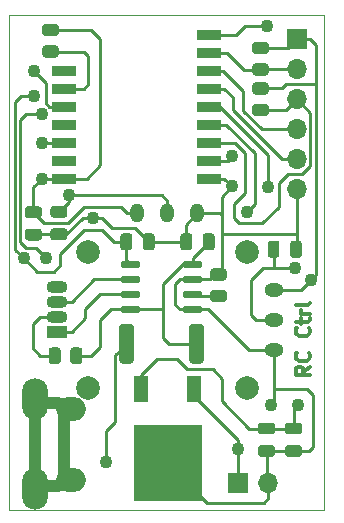
<source format=gtl>
%TF.GenerationSoftware,KiCad,Pcbnew,(5.1.7)-1*%
%TF.CreationDate,2021-06-20T23:08:26+01:00*%
%TF.ProjectId,RcCtlHw,52634374-6c48-4772-9e6b-696361645f70,rev?*%
%TF.SameCoordinates,Original*%
%TF.FileFunction,Copper,L1,Top*%
%TF.FilePolarity,Positive*%
%FSLAX46Y46*%
G04 Gerber Fmt 4.6, Leading zero omitted, Abs format (unit mm)*
G04 Created by KiCad (PCBNEW (5.1.7)-1) date 2021-06-20 23:08:26*
%MOMM*%
%LPD*%
G01*
G04 APERTURE LIST*
%TA.AperFunction,NonConductor*%
%ADD10C,0.300000*%
%TD*%
%TA.AperFunction,Profile*%
%ADD11C,0.050000*%
%TD*%
%TA.AperFunction,ComponentPad*%
%ADD12O,1.700000X1.700000*%
%TD*%
%TA.AperFunction,ComponentPad*%
%ADD13R,1.700000X1.700000*%
%TD*%
%TA.AperFunction,ComponentPad*%
%ADD14O,1.600000X1.200000*%
%TD*%
%TA.AperFunction,ComponentPad*%
%ADD15O,1.200000X1.600000*%
%TD*%
%TA.AperFunction,ComponentPad*%
%ADD16C,2.000000*%
%TD*%
%TA.AperFunction,ComponentPad*%
%ADD17O,1.800000X1.070000*%
%TD*%
%TA.AperFunction,ComponentPad*%
%ADD18R,1.800000X1.070000*%
%TD*%
%TA.AperFunction,SMDPad,CuDef*%
%ADD19R,2.000000X0.900000*%
%TD*%
%TA.AperFunction,ComponentPad*%
%ADD20O,2.200000X3.500000*%
%TD*%
%TA.AperFunction,ComponentPad*%
%ADD21O,2.500000X2.000000*%
%TD*%
%TA.AperFunction,SMDPad,CuDef*%
%ADD22R,1.200000X2.200000*%
%TD*%
%TA.AperFunction,SMDPad,CuDef*%
%ADD23R,5.800000X6.400000*%
%TD*%
%TA.AperFunction,ViaPad*%
%ADD24C,1.100000*%
%TD*%
%TA.AperFunction,Conductor*%
%ADD25C,0.250000*%
%TD*%
%TA.AperFunction,Conductor*%
%ADD26C,1.000000*%
%TD*%
G04 APERTURE END LIST*
D10*
X139823757Y-114226685D02*
X139252328Y-114626685D01*
X139823757Y-114912400D02*
X138623757Y-114912400D01*
X138623757Y-114455257D01*
X138680900Y-114340971D01*
X138738042Y-114283828D01*
X138852328Y-114226685D01*
X139023757Y-114226685D01*
X139138042Y-114283828D01*
X139195185Y-114340971D01*
X139252328Y-114455257D01*
X139252328Y-114912400D01*
X139709471Y-113026685D02*
X139766614Y-113083828D01*
X139823757Y-113255257D01*
X139823757Y-113369542D01*
X139766614Y-113540971D01*
X139652328Y-113655257D01*
X139538042Y-113712400D01*
X139309471Y-113769542D01*
X139138042Y-113769542D01*
X138909471Y-113712400D01*
X138795185Y-113655257D01*
X138680900Y-113540971D01*
X138623757Y-113369542D01*
X138623757Y-113255257D01*
X138680900Y-113083828D01*
X138738042Y-113026685D01*
X139709471Y-110912400D02*
X139766614Y-110969542D01*
X139823757Y-111140971D01*
X139823757Y-111255257D01*
X139766614Y-111426685D01*
X139652328Y-111540971D01*
X139538042Y-111598114D01*
X139309471Y-111655257D01*
X139138042Y-111655257D01*
X138909471Y-111598114D01*
X138795185Y-111540971D01*
X138680900Y-111426685D01*
X138623757Y-111255257D01*
X138623757Y-111140971D01*
X138680900Y-110969542D01*
X138738042Y-110912400D01*
X139023757Y-110569542D02*
X139023757Y-110112400D01*
X138623757Y-110398114D02*
X139652328Y-110398114D01*
X139766614Y-110340971D01*
X139823757Y-110226685D01*
X139823757Y-110112400D01*
X139823757Y-109712400D02*
X139023757Y-109712400D01*
X139252328Y-109712400D02*
X139138042Y-109655257D01*
X139080900Y-109598114D01*
X139023757Y-109483828D01*
X139023757Y-109369542D01*
X139823757Y-108798114D02*
X139766614Y-108912400D01*
X139652328Y-108969542D01*
X138623757Y-108969542D01*
D11*
X114300000Y-84455000D02*
X140970000Y-84455000D01*
X140970000Y-84455000D02*
X140970000Y-84836000D01*
X114300000Y-84709000D02*
X114300000Y-84455000D01*
X140970000Y-126365000D02*
X140970000Y-119380000D01*
X114300000Y-126365000D02*
X140970000Y-126365000D01*
X114300000Y-119380000D02*
X114300000Y-126365000D01*
X114300000Y-119380000D02*
X114300000Y-84709000D01*
X140970000Y-84836000D02*
X140970000Y-119380000D01*
D12*
%TO.P,J2,6*%
%TO.N,GND*%
X138684000Y-99187000D03*
%TO.P,J2,5*%
%TO.N,/RX*%
X138684000Y-96647000D03*
%TO.P,J2,4*%
%TO.N,/TX*%
X138684000Y-94107000D03*
%TO.P,J2,3*%
%TO.N,/Flash*%
X138684000Y-91567000D03*
%TO.P,J2,2*%
%TO.N,/RST*%
X138684000Y-89027000D03*
D13*
%TO.P,J2,1*%
%TO.N,+3V3*%
X138684000Y-86487000D03*
%TD*%
D14*
%TO.P,U4,6*%
%TO.N,GND*%
X136761000Y-112776000D03*
%TO.P,U4,5*%
%TO.N,Net-(C8-Pad1)*%
X136761000Y-110236000D03*
%TO.P,U4,4*%
%TO.N,+3V3*%
X136761000Y-107696000D03*
D15*
%TO.P,U4,3*%
%TO.N,GND*%
X130301000Y-101236000D03*
%TO.P,U4,2*%
%TO.N,Net-(C7-Pad1)*%
X127761000Y-101236000D03*
%TO.P,U4,1*%
%TO.N,+3V3*%
X125221000Y-101236000D03*
D16*
%TO.P,U4,*%
%TO.N,*%
X134511000Y-115986000D03*
X134511000Y-104486000D03*
X121011000Y-104486000D03*
X121011000Y-115986000D03*
%TD*%
D17*
%TO.P,D1,4*%
%TO.N,N/C*%
X118364000Y-107442000D03*
%TO.P,D1,3*%
%TO.N,Net-(D1-Pad3)*%
X118364000Y-108712000D03*
%TO.P,D1,2*%
%TO.N,Net-(D1-Pad2)*%
X118364000Y-109982000D03*
D18*
%TO.P,D1,1*%
%TO.N,Net-(D1-Pad1)*%
X118364000Y-111252000D03*
%TD*%
D19*
%TO.P,U2,16*%
%TO.N,/TFT_RST*%
X131305000Y-86092001D03*
%TO.P,U2,15*%
%TO.N,/RST*%
X131305000Y-87616001D03*
%TO.P,U2,14*%
%TO.N,/TX*%
X131305000Y-89140001D03*
%TO.P,U2,13*%
%TO.N,/RX*%
X131305000Y-90664001D03*
%TO.P,U2,12*%
%TO.N,/I2C_SDA*%
X131305000Y-92188001D03*
%TO.P,U2,11*%
%TO.N,/I2C_SCL*%
X131305000Y-93712001D03*
%TO.P,U2,10*%
%TO.N,/Flash*%
X131305000Y-95236001D03*
%TO.P,U2,9*%
%TO.N,/TFT_RS*%
X131305000Y-96760001D03*
%TO.P,U2,8*%
%TO.N,GND*%
X131305000Y-98284001D03*
%TO.P,U2,1*%
%TO.N,N/C*%
X118986000Y-89140001D03*
%TO.P,U2,2*%
%TO.N,Net-(R6-Pad2)*%
X118986000Y-90664001D03*
%TO.P,U2,3*%
%TO.N,/TFT_SCL*%
X118986000Y-92188001D03*
%TO.P,U2,4*%
%TO.N,N/C*%
X118986000Y-93712001D03*
%TO.P,U2,5*%
%TO.N,/TFT_SDA*%
X118986000Y-95236001D03*
%TO.P,U2,6*%
%TO.N,N/C*%
X118986000Y-96760001D03*
%TO.P,U2,7*%
%TO.N,+3V3*%
X118986000Y-98284001D03*
%TD*%
%TO.P,R3,2*%
%TO.N,Net-(C1-Pad1)*%
%TA.AperFunction,SMDPad,CuDef*%
G36*
G01*
X119526000Y-113734001D02*
X119526000Y-112833999D01*
G75*
G02*
X119775999Y-112584000I249999J0D01*
G01*
X120301001Y-112584000D01*
G75*
G02*
X120551000Y-112833999I0J-249999D01*
G01*
X120551000Y-113734001D01*
G75*
G02*
X120301001Y-113984000I-249999J0D01*
G01*
X119775999Y-113984000D01*
G75*
G02*
X119526000Y-113734001I0J249999D01*
G01*
G37*
%TD.AperFunction*%
%TO.P,R3,1*%
%TO.N,Net-(D1-Pad2)*%
%TA.AperFunction,SMDPad,CuDef*%
G36*
G01*
X117701000Y-113734001D02*
X117701000Y-112833999D01*
G75*
G02*
X117950999Y-112584000I249999J0D01*
G01*
X118476001Y-112584000D01*
G75*
G02*
X118726000Y-112833999I0J-249999D01*
G01*
X118726000Y-113734001D01*
G75*
G02*
X118476001Y-113984000I-249999J0D01*
G01*
X117950999Y-113984000D01*
G75*
G02*
X117701000Y-113734001I0J249999D01*
G01*
G37*
%TD.AperFunction*%
%TD*%
D20*
%TO.P,J1,6*%
%TO.N,Net-(J1-Pad6)*%
X116518000Y-116977000D03*
D21*
X119618000Y-117777000D03*
D20*
X116518000Y-124577000D03*
D21*
X119618000Y-123777000D03*
%TD*%
%TO.P,C1,1*%
%TO.N,Net-(C1-Pad1)*%
%TA.AperFunction,SMDPad,CuDef*%
G36*
G01*
X131752000Y-103157000D02*
X131752000Y-104107000D01*
G75*
G02*
X131502000Y-104357000I-250000J0D01*
G01*
X131002000Y-104357000D01*
G75*
G02*
X130752000Y-104107000I0J250000D01*
G01*
X130752000Y-103157000D01*
G75*
G02*
X131002000Y-102907000I250000J0D01*
G01*
X131502000Y-102907000D01*
G75*
G02*
X131752000Y-103157000I0J-250000D01*
G01*
G37*
%TD.AperFunction*%
%TO.P,C1,2*%
%TO.N,GND*%
%TA.AperFunction,SMDPad,CuDef*%
G36*
G01*
X129852000Y-103157000D02*
X129852000Y-104107000D01*
G75*
G02*
X129602000Y-104357000I-250000J0D01*
G01*
X129102000Y-104357000D01*
G75*
G02*
X128852000Y-104107000I0J250000D01*
G01*
X128852000Y-103157000D01*
G75*
G02*
X129102000Y-102907000I250000J0D01*
G01*
X129602000Y-102907000D01*
G75*
G02*
X129852000Y-103157000I0J-250000D01*
G01*
G37*
%TD.AperFunction*%
%TD*%
%TO.P,C2,1*%
%TO.N,+BATT*%
%TA.AperFunction,SMDPad,CuDef*%
G36*
G01*
X123772000Y-104107000D02*
X123772000Y-103157000D01*
G75*
G02*
X124022000Y-102907000I250000J0D01*
G01*
X124522000Y-102907000D01*
G75*
G02*
X124772000Y-103157000I0J-250000D01*
G01*
X124772000Y-104107000D01*
G75*
G02*
X124522000Y-104357000I-250000J0D01*
G01*
X124022000Y-104357000D01*
G75*
G02*
X123772000Y-104107000I0J250000D01*
G01*
G37*
%TD.AperFunction*%
%TO.P,C2,2*%
%TO.N,GND*%
%TA.AperFunction,SMDPad,CuDef*%
G36*
G01*
X125672000Y-104107000D02*
X125672000Y-103157000D01*
G75*
G02*
X125922000Y-102907000I250000J0D01*
G01*
X126422000Y-102907000D01*
G75*
G02*
X126672000Y-103157000I0J-250000D01*
G01*
X126672000Y-104107000D01*
G75*
G02*
X126422000Y-104357000I-250000J0D01*
G01*
X125922000Y-104357000D01*
G75*
G02*
X125672000Y-104107000I0J250000D01*
G01*
G37*
%TD.AperFunction*%
%TD*%
%TO.P,R2,1*%
%TO.N,Net-(C1-Pad1)*%
%TA.AperFunction,SMDPad,CuDef*%
G36*
G01*
X130829000Y-110843000D02*
X130829000Y-113693000D01*
G75*
G02*
X130579000Y-113943000I-250000J0D01*
G01*
X129854000Y-113943000D01*
G75*
G02*
X129604000Y-113693000I0J250000D01*
G01*
X129604000Y-110843000D01*
G75*
G02*
X129854000Y-110593000I250000J0D01*
G01*
X130579000Y-110593000D01*
G75*
G02*
X130829000Y-110843000I0J-250000D01*
G01*
G37*
%TD.AperFunction*%
%TO.P,R2,2*%
%TO.N,Net-(J1-Pad1)*%
%TA.AperFunction,SMDPad,CuDef*%
G36*
G01*
X124904000Y-110843000D02*
X124904000Y-113693000D01*
G75*
G02*
X124654000Y-113943000I-250000J0D01*
G01*
X123929000Y-113943000D01*
G75*
G02*
X123679000Y-113693000I0J250000D01*
G01*
X123679000Y-110843000D01*
G75*
G02*
X123929000Y-110593000I250000J0D01*
G01*
X124654000Y-110593000D01*
G75*
G02*
X124904000Y-110843000I0J-250000D01*
G01*
G37*
%TD.AperFunction*%
%TD*%
%TO.P,R6,2*%
%TO.N,Net-(R6-Pad2)*%
%TA.AperFunction,SMDPad,CuDef*%
G36*
G01*
X117405999Y-87014000D02*
X118306001Y-87014000D01*
G75*
G02*
X118556000Y-87263999I0J-249999D01*
G01*
X118556000Y-87789001D01*
G75*
G02*
X118306001Y-88039000I-249999J0D01*
G01*
X117405999Y-88039000D01*
G75*
G02*
X117156000Y-87789001I0J249999D01*
G01*
X117156000Y-87263999D01*
G75*
G02*
X117405999Y-87014000I249999J0D01*
G01*
G37*
%TD.AperFunction*%
%TO.P,R6,1*%
%TO.N,+3V3*%
%TA.AperFunction,SMDPad,CuDef*%
G36*
G01*
X117405999Y-85189000D02*
X118306001Y-85189000D01*
G75*
G02*
X118556000Y-85438999I0J-249999D01*
G01*
X118556000Y-85964001D01*
G75*
G02*
X118306001Y-86214000I-249999J0D01*
G01*
X117405999Y-86214000D01*
G75*
G02*
X117156000Y-85964001I0J249999D01*
G01*
X117156000Y-85438999D01*
G75*
G02*
X117405999Y-85189000I249999J0D01*
G01*
G37*
%TD.AperFunction*%
%TD*%
%TO.P,C4,1*%
%TO.N,Net-(C3-Pad1)*%
%TA.AperFunction,SMDPad,CuDef*%
G36*
G01*
X137955000Y-118946000D02*
X138905000Y-118946000D01*
G75*
G02*
X139155000Y-119196000I0J-250000D01*
G01*
X139155000Y-119696000D01*
G75*
G02*
X138905000Y-119946000I-250000J0D01*
G01*
X137955000Y-119946000D01*
G75*
G02*
X137705000Y-119696000I0J250000D01*
G01*
X137705000Y-119196000D01*
G75*
G02*
X137955000Y-118946000I250000J0D01*
G01*
G37*
%TD.AperFunction*%
%TO.P,C4,2*%
%TO.N,GND*%
%TA.AperFunction,SMDPad,CuDef*%
G36*
G01*
X137955000Y-120846000D02*
X138905000Y-120846000D01*
G75*
G02*
X139155000Y-121096000I0J-250000D01*
G01*
X139155000Y-121596000D01*
G75*
G02*
X138905000Y-121846000I-250000J0D01*
G01*
X137955000Y-121846000D01*
G75*
G02*
X137705000Y-121596000I0J250000D01*
G01*
X137705000Y-121096000D01*
G75*
G02*
X137955000Y-120846000I250000J0D01*
G01*
G37*
%TD.AperFunction*%
%TD*%
%TO.P,R1,1*%
%TO.N,GND*%
%TA.AperFunction,SMDPad,CuDef*%
G36*
G01*
X131629999Y-105890000D02*
X132530001Y-105890000D01*
G75*
G02*
X132780000Y-106139999I0J-249999D01*
G01*
X132780000Y-106665001D01*
G75*
G02*
X132530001Y-106915000I-249999J0D01*
G01*
X131629999Y-106915000D01*
G75*
G02*
X131380000Y-106665001I0J249999D01*
G01*
X131380000Y-106139999D01*
G75*
G02*
X131629999Y-105890000I249999J0D01*
G01*
G37*
%TD.AperFunction*%
%TO.P,R1,2*%
%TO.N,Net-(R1-Pad2)*%
%TA.AperFunction,SMDPad,CuDef*%
G36*
G01*
X131629999Y-107715000D02*
X132530001Y-107715000D01*
G75*
G02*
X132780000Y-107964999I0J-249999D01*
G01*
X132780000Y-108490001D01*
G75*
G02*
X132530001Y-108740000I-249999J0D01*
G01*
X131629999Y-108740000D01*
G75*
G02*
X131380000Y-108490001I0J249999D01*
G01*
X131380000Y-107964999D01*
G75*
G02*
X131629999Y-107715000I249999J0D01*
G01*
G37*
%TD.AperFunction*%
%TD*%
%TO.P,U1,1*%
%TO.N,GND*%
%TA.AperFunction,SMDPad,CuDef*%
G36*
G01*
X130704000Y-109197000D02*
X130704000Y-109497000D01*
G75*
G02*
X130554000Y-109647000I-150000J0D01*
G01*
X129204000Y-109647000D01*
G75*
G02*
X129054000Y-109497000I0J150000D01*
G01*
X129054000Y-109197000D01*
G75*
G02*
X129204000Y-109047000I150000J0D01*
G01*
X130554000Y-109047000D01*
G75*
G02*
X130704000Y-109197000I0J-150000D01*
G01*
G37*
%TD.AperFunction*%
%TO.P,U1,2*%
%TO.N,Net-(R1-Pad2)*%
%TA.AperFunction,SMDPad,CuDef*%
G36*
G01*
X130704000Y-107927000D02*
X130704000Y-108227000D01*
G75*
G02*
X130554000Y-108377000I-150000J0D01*
G01*
X129204000Y-108377000D01*
G75*
G02*
X129054000Y-108227000I0J150000D01*
G01*
X129054000Y-107927000D01*
G75*
G02*
X129204000Y-107777000I150000J0D01*
G01*
X130554000Y-107777000D01*
G75*
G02*
X130704000Y-107927000I0J-150000D01*
G01*
G37*
%TD.AperFunction*%
%TO.P,U1,3*%
%TO.N,GND*%
%TA.AperFunction,SMDPad,CuDef*%
G36*
G01*
X130704000Y-106657000D02*
X130704000Y-106957000D01*
G75*
G02*
X130554000Y-107107000I-150000J0D01*
G01*
X129204000Y-107107000D01*
G75*
G02*
X129054000Y-106957000I0J150000D01*
G01*
X129054000Y-106657000D01*
G75*
G02*
X129204000Y-106507000I150000J0D01*
G01*
X130554000Y-106507000D01*
G75*
G02*
X130704000Y-106657000I0J-150000D01*
G01*
G37*
%TD.AperFunction*%
%TO.P,U1,4*%
%TO.N,Net-(C1-Pad1)*%
%TA.AperFunction,SMDPad,CuDef*%
G36*
G01*
X130704000Y-105387000D02*
X130704000Y-105687000D01*
G75*
G02*
X130554000Y-105837000I-150000J0D01*
G01*
X129204000Y-105837000D01*
G75*
G02*
X129054000Y-105687000I0J150000D01*
G01*
X129054000Y-105387000D01*
G75*
G02*
X129204000Y-105237000I150000J0D01*
G01*
X130554000Y-105237000D01*
G75*
G02*
X130704000Y-105387000I0J-150000D01*
G01*
G37*
%TD.AperFunction*%
%TO.P,U1,5*%
%TO.N,+BATT*%
%TA.AperFunction,SMDPad,CuDef*%
G36*
G01*
X125454000Y-105387000D02*
X125454000Y-105687000D01*
G75*
G02*
X125304000Y-105837000I-150000J0D01*
G01*
X123954000Y-105837000D01*
G75*
G02*
X123804000Y-105687000I0J150000D01*
G01*
X123804000Y-105387000D01*
G75*
G02*
X123954000Y-105237000I150000J0D01*
G01*
X125304000Y-105237000D01*
G75*
G02*
X125454000Y-105387000I0J-150000D01*
G01*
G37*
%TD.AperFunction*%
%TO.P,U1,6*%
%TO.N,Net-(D1-Pad3)*%
%TA.AperFunction,SMDPad,CuDef*%
G36*
G01*
X125454000Y-106657000D02*
X125454000Y-106957000D01*
G75*
G02*
X125304000Y-107107000I-150000J0D01*
G01*
X123954000Y-107107000D01*
G75*
G02*
X123804000Y-106957000I0J150000D01*
G01*
X123804000Y-106657000D01*
G75*
G02*
X123954000Y-106507000I150000J0D01*
G01*
X125304000Y-106507000D01*
G75*
G02*
X125454000Y-106657000I0J-150000D01*
G01*
G37*
%TD.AperFunction*%
%TO.P,U1,7*%
%TO.N,Net-(D1-Pad1)*%
%TA.AperFunction,SMDPad,CuDef*%
G36*
G01*
X125454000Y-107927000D02*
X125454000Y-108227000D01*
G75*
G02*
X125304000Y-108377000I-150000J0D01*
G01*
X123954000Y-108377000D01*
G75*
G02*
X123804000Y-108227000I0J150000D01*
G01*
X123804000Y-107927000D01*
G75*
G02*
X123954000Y-107777000I150000J0D01*
G01*
X125304000Y-107777000D01*
G75*
G02*
X125454000Y-107927000I0J-150000D01*
G01*
G37*
%TD.AperFunction*%
%TO.P,U1,8*%
%TO.N,Net-(C1-Pad1)*%
%TA.AperFunction,SMDPad,CuDef*%
G36*
G01*
X125454000Y-109197000D02*
X125454000Y-109497000D01*
G75*
G02*
X125304000Y-109647000I-150000J0D01*
G01*
X123954000Y-109647000D01*
G75*
G02*
X123804000Y-109497000I0J150000D01*
G01*
X123804000Y-109197000D01*
G75*
G02*
X123954000Y-109047000I150000J0D01*
G01*
X125304000Y-109047000D01*
G75*
G02*
X125454000Y-109197000I0J-150000D01*
G01*
G37*
%TD.AperFunction*%
%TD*%
D13*
%TO.P,BT1,1*%
%TO.N,+BATT*%
X133731000Y-124079000D03*
D12*
%TO.P,BT1,2*%
%TO.N,GND*%
X136271000Y-124079000D03*
%TD*%
%TO.P,R8,1*%
%TO.N,+3V3*%
%TA.AperFunction,SMDPad,CuDef*%
G36*
G01*
X135185999Y-86713000D02*
X136086001Y-86713000D01*
G75*
G02*
X136336000Y-86962999I0J-249999D01*
G01*
X136336000Y-87488001D01*
G75*
G02*
X136086001Y-87738000I-249999J0D01*
G01*
X135185999Y-87738000D01*
G75*
G02*
X134936000Y-87488001I0J249999D01*
G01*
X134936000Y-86962999D01*
G75*
G02*
X135185999Y-86713000I249999J0D01*
G01*
G37*
%TD.AperFunction*%
%TO.P,R8,2*%
%TO.N,/RST*%
%TA.AperFunction,SMDPad,CuDef*%
G36*
G01*
X135185999Y-88538000D02*
X136086001Y-88538000D01*
G75*
G02*
X136336000Y-88787999I0J-249999D01*
G01*
X136336000Y-89313001D01*
G75*
G02*
X136086001Y-89563000I-249999J0D01*
G01*
X135185999Y-89563000D01*
G75*
G02*
X134936000Y-89313001I0J249999D01*
G01*
X134936000Y-88787999D01*
G75*
G02*
X135185999Y-88538000I249999J0D01*
G01*
G37*
%TD.AperFunction*%
%TD*%
%TO.P,C3,2*%
%TO.N,GND*%
%TA.AperFunction,SMDPad,CuDef*%
G36*
G01*
X135669000Y-120846000D02*
X136619000Y-120846000D01*
G75*
G02*
X136869000Y-121096000I0J-250000D01*
G01*
X136869000Y-121596000D01*
G75*
G02*
X136619000Y-121846000I-250000J0D01*
G01*
X135669000Y-121846000D01*
G75*
G02*
X135419000Y-121596000I0J250000D01*
G01*
X135419000Y-121096000D01*
G75*
G02*
X135669000Y-120846000I250000J0D01*
G01*
G37*
%TD.AperFunction*%
%TO.P,C3,1*%
%TO.N,Net-(C3-Pad1)*%
%TA.AperFunction,SMDPad,CuDef*%
G36*
G01*
X135669000Y-118946000D02*
X136619000Y-118946000D01*
G75*
G02*
X136869000Y-119196000I0J-250000D01*
G01*
X136869000Y-119696000D01*
G75*
G02*
X136619000Y-119946000I-250000J0D01*
G01*
X135669000Y-119946000D01*
G75*
G02*
X135419000Y-119696000I0J250000D01*
G01*
X135419000Y-119196000D01*
G75*
G02*
X135669000Y-118946000I250000J0D01*
G01*
G37*
%TD.AperFunction*%
%TD*%
%TO.P,C5,1*%
%TO.N,+3V3*%
%TA.AperFunction,SMDPad,CuDef*%
G36*
G01*
X115933200Y-100632600D02*
X116883200Y-100632600D01*
G75*
G02*
X117133200Y-100882600I0J-250000D01*
G01*
X117133200Y-101382600D01*
G75*
G02*
X116883200Y-101632600I-250000J0D01*
G01*
X115933200Y-101632600D01*
G75*
G02*
X115683200Y-101382600I0J250000D01*
G01*
X115683200Y-100882600D01*
G75*
G02*
X115933200Y-100632600I250000J0D01*
G01*
G37*
%TD.AperFunction*%
%TO.P,C5,2*%
%TO.N,GND*%
%TA.AperFunction,SMDPad,CuDef*%
G36*
G01*
X115933200Y-102532600D02*
X116883200Y-102532600D01*
G75*
G02*
X117133200Y-102782600I0J-250000D01*
G01*
X117133200Y-103282600D01*
G75*
G02*
X116883200Y-103532600I-250000J0D01*
G01*
X115933200Y-103532600D01*
G75*
G02*
X115683200Y-103282600I0J250000D01*
G01*
X115683200Y-102782600D01*
G75*
G02*
X115933200Y-102532600I250000J0D01*
G01*
G37*
%TD.AperFunction*%
%TD*%
%TO.P,R7,2*%
%TO.N,/Flash*%
%TA.AperFunction,SMDPad,CuDef*%
G36*
G01*
X135185999Y-91967000D02*
X136086001Y-91967000D01*
G75*
G02*
X136336000Y-92216999I0J-249999D01*
G01*
X136336000Y-92742001D01*
G75*
G02*
X136086001Y-92992000I-249999J0D01*
G01*
X135185999Y-92992000D01*
G75*
G02*
X134936000Y-92742001I0J249999D01*
G01*
X134936000Y-92216999D01*
G75*
G02*
X135185999Y-91967000I249999J0D01*
G01*
G37*
%TD.AperFunction*%
%TO.P,R7,1*%
%TO.N,+3V3*%
%TA.AperFunction,SMDPad,CuDef*%
G36*
G01*
X135185999Y-90142000D02*
X136086001Y-90142000D01*
G75*
G02*
X136336000Y-90391999I0J-249999D01*
G01*
X136336000Y-90917001D01*
G75*
G02*
X136086001Y-91167000I-249999J0D01*
G01*
X135185999Y-91167000D01*
G75*
G02*
X134936000Y-90917001I0J249999D01*
G01*
X134936000Y-90391999D01*
G75*
G02*
X135185999Y-90142000I249999J0D01*
G01*
G37*
%TD.AperFunction*%
%TD*%
D22*
%TO.P,V1,1*%
%TO.N,+BATT*%
X130042000Y-116069000D03*
%TO.P,V1,3*%
%TO.N,Net-(C3-Pad1)*%
X125482000Y-116069000D03*
D23*
%TO.P,V1,2*%
%TO.N,GND*%
X127762000Y-122369000D03*
%TD*%
%TO.P,C7,1*%
%TO.N,Net-(C7-Pad1)*%
%TA.AperFunction,SMDPad,CuDef*%
G36*
G01*
X118092200Y-100607200D02*
X119042200Y-100607200D01*
G75*
G02*
X119292200Y-100857200I0J-250000D01*
G01*
X119292200Y-101357200D01*
G75*
G02*
X119042200Y-101607200I-250000J0D01*
G01*
X118092200Y-101607200D01*
G75*
G02*
X117842200Y-101357200I0J250000D01*
G01*
X117842200Y-100857200D01*
G75*
G02*
X118092200Y-100607200I250000J0D01*
G01*
G37*
%TD.AperFunction*%
%TO.P,C7,2*%
%TO.N,GND*%
%TA.AperFunction,SMDPad,CuDef*%
G36*
G01*
X118092200Y-102507200D02*
X119042200Y-102507200D01*
G75*
G02*
X119292200Y-102757200I0J-250000D01*
G01*
X119292200Y-103257200D01*
G75*
G02*
X119042200Y-103507200I-250000J0D01*
G01*
X118092200Y-103507200D01*
G75*
G02*
X117842200Y-103257200I0J250000D01*
G01*
X117842200Y-102757200D01*
G75*
G02*
X118092200Y-102507200I250000J0D01*
G01*
G37*
%TD.AperFunction*%
%TD*%
%TO.P,C8,2*%
%TO.N,GND*%
%TA.AperFunction,SMDPad,CuDef*%
G36*
G01*
X138143400Y-104742000D02*
X138143400Y-103792000D01*
G75*
G02*
X138393400Y-103542000I250000J0D01*
G01*
X138893400Y-103542000D01*
G75*
G02*
X139143400Y-103792000I0J-250000D01*
G01*
X139143400Y-104742000D01*
G75*
G02*
X138893400Y-104992000I-250000J0D01*
G01*
X138393400Y-104992000D01*
G75*
G02*
X138143400Y-104742000I0J250000D01*
G01*
G37*
%TD.AperFunction*%
%TO.P,C8,1*%
%TO.N,Net-(C8-Pad1)*%
%TA.AperFunction,SMDPad,CuDef*%
G36*
G01*
X136243400Y-104742000D02*
X136243400Y-103792000D01*
G75*
G02*
X136493400Y-103542000I250000J0D01*
G01*
X136993400Y-103542000D01*
G75*
G02*
X137243400Y-103792000I0J-250000D01*
G01*
X137243400Y-104742000D01*
G75*
G02*
X136993400Y-104992000I-250000J0D01*
G01*
X136493400Y-104992000D01*
G75*
G02*
X136243400Y-104742000I0J250000D01*
G01*
G37*
%TD.AperFunction*%
%TD*%
D24*
%TO.N,GND*%
X136525000Y-117475000D03*
X133223000Y-98933000D03*
X121412000Y-101600000D03*
%TO.N,Net-(C3-Pad1)*%
X138810998Y-117474998D03*
%TO.N,+3V3*%
X117094000Y-98297998D03*
X139877800Y-106908600D03*
%TO.N,Net-(J1-Pad1)*%
X122555000Y-122301002D03*
%TO.N,/TFT_RST*%
X136144000Y-85344000D03*
%TO.N,/TFT_RS*%
X133223002Y-96393000D03*
%TO.N,+BATT*%
X133731000Y-121158000D03*
X115570000Y-105029000D03*
X116459000Y-91313000D03*
%TO.N,/I2C_SCL*%
X134493637Y-101103411D03*
%TO.N,/I2C_SDA*%
X136271000Y-98996500D03*
%TO.N,/TFT_SDA*%
X117094000Y-95250000D03*
%TO.N,/TFT_SCL*%
X116459000Y-89153988D03*
%TO.N,Net-(C7-Pad1)*%
X119380000Y-99695000D03*
%TO.N,Net-(C8-Pad1)*%
X117475000Y-105029000D03*
X117094004Y-92837000D03*
X138531600Y-105892600D03*
%TD*%
D25*
%TO.N,GND*%
X132080000Y-106402500D02*
X131722500Y-106402500D01*
X131318000Y-106807000D02*
X129879000Y-106807000D01*
X131722500Y-106402500D02*
X131318000Y-106807000D01*
X129879000Y-106807000D02*
X128778000Y-106807000D01*
X128778000Y-106807000D02*
X128397000Y-107188000D01*
X128397000Y-107188000D02*
X128397000Y-108966000D01*
X128778000Y-109347000D02*
X129879000Y-109347000D01*
X128397000Y-108966000D02*
X128778000Y-109347000D01*
X138430000Y-121346000D02*
X136144000Y-121346000D01*
X126172000Y-103632000D02*
X129352000Y-103632000D01*
X130301000Y-101236000D02*
X129286000Y-102251000D01*
X129286000Y-103566000D02*
X129352000Y-103632000D01*
X129286000Y-102251000D02*
X129286000Y-103566000D01*
X132334000Y-106148500D02*
X132080000Y-106402500D01*
X136761000Y-117239000D02*
X136525000Y-117475000D01*
X136761000Y-116096000D02*
X136761000Y-117239000D01*
X136761000Y-112776000D02*
X136761000Y-116096000D01*
X136144000Y-123952000D02*
X136271000Y-124079000D01*
X136144000Y-121346000D02*
X136144000Y-123952000D01*
X136271000Y-124079000D02*
X136271000Y-125349000D01*
X136271000Y-125349000D02*
X135890000Y-125730000D01*
X131123000Y-125730000D02*
X127762000Y-122369000D01*
X135890000Y-125730000D02*
X131123000Y-125730000D01*
X132574001Y-98284001D02*
X133223000Y-98933000D01*
X131305000Y-98284001D02*
X132574001Y-98284001D01*
X139591000Y-116096000D02*
X136761000Y-116096000D01*
X140081000Y-121031000D02*
X140081000Y-116586000D01*
X139766000Y-121346000D02*
X140081000Y-121031000D01*
X140081000Y-116586000D02*
X139591000Y-116096000D01*
X138430000Y-121346000D02*
X139766000Y-121346000D01*
X134620000Y-112776000D02*
X131191000Y-109347000D01*
X136761000Y-112776000D02*
X134620000Y-112776000D01*
X129879000Y-109347000D02*
X131191000Y-109347000D01*
X132334000Y-102997000D02*
X132334000Y-106148500D01*
X133223000Y-98933000D02*
X132334000Y-99822000D01*
X132334000Y-102743000D02*
X132334000Y-102997000D01*
X132224000Y-101236000D02*
X132334000Y-101346000D01*
X130301000Y-101236000D02*
X132224000Y-101236000D01*
X132334000Y-101346000D02*
X132334000Y-102743000D01*
X132334000Y-99822000D02*
X132334000Y-101346000D01*
X122189817Y-101600000D02*
X121412000Y-101600000D01*
X123078817Y-102489000D02*
X122189817Y-101600000D01*
X125029000Y-102489000D02*
X123078817Y-102489000D01*
X126172000Y-103632000D02*
X125029000Y-102489000D01*
X138684000Y-104226400D02*
X138643400Y-104267000D01*
X138684000Y-99187000D02*
X138684000Y-100990400D01*
X138684000Y-102971600D02*
X138684000Y-104226400D01*
X121412000Y-101600000D02*
X120599200Y-101600000D01*
X119192000Y-103007200D02*
X118567200Y-103007200D01*
X120599200Y-101600000D02*
X119192000Y-103007200D01*
X116433600Y-103007200D02*
X116408200Y-103032600D01*
X118567200Y-103007200D02*
X116433600Y-103007200D01*
X138684000Y-102704900D02*
X138684000Y-102971600D01*
X138684000Y-100990400D02*
X138684000Y-102704900D01*
X138658600Y-102997000D02*
X138684000Y-102971600D01*
X132334000Y-102997000D02*
X138658600Y-102997000D01*
%TO.N,Net-(C1-Pad1)*%
X124629000Y-109347000D02*
X127381000Y-109347000D01*
X127381000Y-108458000D02*
X127381000Y-109347000D01*
X127381000Y-107210000D02*
X127381000Y-107315000D01*
X129054000Y-105537000D02*
X127381000Y-107210000D01*
X129879000Y-105537000D02*
X129054000Y-105537000D01*
X127381000Y-107315000D02*
X127381000Y-108458000D01*
X129879000Y-105005000D02*
X131252000Y-103632000D01*
X129879000Y-105537000D02*
X129879000Y-105005000D01*
X124629000Y-109347000D02*
X122936000Y-109347000D01*
X122936000Y-109347000D02*
X122047000Y-110236000D01*
X122047000Y-110236000D02*
X122047000Y-112522000D01*
X121285000Y-113284000D02*
X120038500Y-113284000D01*
X122047000Y-112522000D02*
X121285000Y-113284000D01*
X127381000Y-110744000D02*
X127381000Y-108458000D01*
X127381000Y-111760000D02*
X127381000Y-110744000D01*
X127889000Y-112268000D02*
X127381000Y-111760000D01*
X130216500Y-112268000D02*
X127889000Y-112268000D01*
%TO.N,Net-(C3-Pad1)*%
X138430000Y-119446000D02*
X136144000Y-119446000D01*
X138430000Y-119446000D02*
X138430000Y-117855996D01*
X138430000Y-117855996D02*
X138810998Y-117474998D01*
X134686000Y-119446000D02*
X136144000Y-119446000D01*
X132397500Y-117157500D02*
X134686000Y-119446000D01*
X132397500Y-115252500D02*
X132397500Y-117157500D01*
X131572000Y-114427000D02*
X132397500Y-115252500D01*
X129413000Y-114427000D02*
X131572000Y-114427000D01*
X128524000Y-113538000D02*
X129413000Y-114427000D01*
X125482000Y-114929000D02*
X126873000Y-113538000D01*
X125482000Y-116069000D02*
X125482000Y-114929000D01*
X126873000Y-113538000D02*
X128524000Y-113538000D01*
%TO.N,+3V3*%
X139827000Y-86487000D02*
X138684000Y-86487000D01*
X140081000Y-86741000D02*
X139827000Y-86487000D01*
X138684000Y-86487000D02*
X139700000Y-86487000D01*
X140309010Y-86969010D02*
X140208000Y-86868000D01*
X140208000Y-86868000D02*
X139827000Y-86487000D01*
X140309010Y-90906010D02*
X140309010Y-91084990D01*
X140208000Y-90297000D02*
X140309010Y-90195990D01*
X139319000Y-90297000D02*
X140208000Y-90297000D01*
X140309010Y-90195990D02*
X140309010Y-86969010D01*
X140309010Y-91084990D02*
X140309010Y-90195990D01*
X139319000Y-90297000D02*
X139573000Y-90297000D01*
X137437500Y-90654500D02*
X137795000Y-90297000D01*
X135636000Y-90654500D02*
X137437500Y-90654500D01*
X137795000Y-90297000D02*
X139319000Y-90297000D01*
X137945500Y-87225500D02*
X138684000Y-86487000D01*
X135636000Y-87225500D02*
X137945500Y-87225500D01*
X124371000Y-101236000D02*
X123832002Y-100697002D01*
X125221000Y-101236000D02*
X124371000Y-101236000D01*
X117107997Y-98284001D02*
X117094000Y-98297998D01*
X118986000Y-98284001D02*
X117107997Y-98284001D01*
X118986000Y-98284001D02*
X120917999Y-98284001D01*
X120917999Y-98284001D02*
X122047000Y-97155000D01*
X122047000Y-97155000D02*
X122047000Y-86487000D01*
X121261500Y-85701500D02*
X117856000Y-85701500D01*
X122047000Y-86487000D02*
X121261500Y-85701500D01*
X136761000Y-107696000D02*
X139090400Y-107696000D01*
X140309010Y-106477390D02*
X139877800Y-106908600D01*
X140309010Y-91084990D02*
X140309010Y-106477390D01*
X139090400Y-107696000D02*
X139877800Y-106908600D01*
X123832002Y-100697002D02*
X120714798Y-100697002D01*
X120714798Y-100697002D02*
X119354600Y-102057200D01*
X117332800Y-102057200D02*
X116408200Y-101132600D01*
X119354600Y-102057200D02*
X117332800Y-102057200D01*
X116408200Y-98983798D02*
X117094000Y-98297998D01*
X116408200Y-101132600D02*
X116408200Y-98983798D01*
%TO.N,/RST*%
X135659500Y-89027000D02*
X135636000Y-89050500D01*
X138684000Y-89027000D02*
X135659500Y-89027000D01*
X132828001Y-87616001D02*
X134262500Y-89050500D01*
X131305000Y-87616001D02*
X132828001Y-87616001D01*
X135636000Y-89050500D02*
X134262500Y-89050500D01*
%TO.N,Net-(D1-Pad2)*%
X118364000Y-109982000D02*
X116967000Y-109982000D01*
X116967000Y-109982000D02*
X116332000Y-110617000D01*
X116332000Y-110617000D02*
X116332000Y-112649000D01*
X116967000Y-113284000D02*
X118213500Y-113284000D01*
X116332000Y-112649000D02*
X116967000Y-113284000D01*
%TO.N,Net-(D1-Pad3)*%
X124629000Y-106807000D02*
X121539000Y-106807000D01*
X119634000Y-108712000D02*
X118364000Y-108712000D01*
X121539000Y-106807000D02*
X119634000Y-108712000D01*
%TO.N,Net-(J1-Pad6)*%
X118518000Y-124277000D02*
X119018000Y-123777000D01*
D26*
X116518000Y-124277000D02*
X118518000Y-124277000D01*
X116518000Y-117277000D02*
X116518000Y-124277000D01*
X118518000Y-117277000D02*
X119018000Y-117777000D01*
X116518000Y-117277000D02*
X118518000Y-117277000D01*
X119018000Y-117777000D02*
X119018000Y-123777000D01*
D25*
%TO.N,Net-(J1-Pad1)*%
X122555000Y-122301002D02*
X122555000Y-119634000D01*
X122555000Y-119634000D02*
X123317000Y-118872000D01*
X123317000Y-113284000D02*
X123296250Y-113263250D01*
X123317000Y-118872000D02*
X123317000Y-113284000D01*
X123296250Y-113263250D02*
X124291500Y-112268000D01*
%TO.N,/Flash*%
X137771500Y-92479500D02*
X138684000Y-91567000D01*
X135636000Y-92479500D02*
X137771500Y-92479500D01*
X139859001Y-92742001D02*
X138684000Y-91567000D01*
X131305000Y-95236001D02*
X133463001Y-95236001D01*
X139159352Y-97910650D02*
X139859001Y-97211001D01*
X133463001Y-95236001D02*
X134334250Y-96107250D01*
X133388100Y-100418900D02*
X133388100Y-101638100D01*
X134334250Y-96107250D02*
X134334250Y-99472750D01*
X134334250Y-99472750D02*
X133388100Y-100418900D01*
X133388100Y-101638100D02*
X133832600Y-102082600D01*
X133832600Y-102082600D02*
X135788400Y-102082600D01*
X137185400Y-100685600D02*
X137185400Y-98653600D01*
X135788400Y-102082600D02*
X137185400Y-100685600D01*
X137185400Y-98653600D02*
X137928350Y-97910650D01*
X137928350Y-97910650D02*
X139159352Y-97910650D01*
X139859001Y-97211001D02*
X139859001Y-92742001D01*
%TO.N,/TX*%
X132428981Y-89140001D02*
X131305000Y-89140001D01*
X134166490Y-90877510D02*
X132428981Y-89140001D01*
X134166490Y-92535680D02*
X134166490Y-90877510D01*
X135737810Y-94107000D02*
X134166490Y-92535680D01*
X138684000Y-94107000D02*
X135737810Y-94107000D01*
%TO.N,/RX*%
X132555000Y-90664001D02*
X131305000Y-90664001D01*
X133276999Y-91386001D02*
X132555000Y-90664001D01*
X133276999Y-92442080D02*
X133276999Y-91386001D01*
X137481919Y-96647000D02*
X133276999Y-92442080D01*
X138684000Y-96647000D02*
X137481919Y-96647000D01*
%TO.N,/TFT_RST*%
X134338002Y-85344000D02*
X133590001Y-86092001D01*
X136144000Y-85344000D02*
X134338002Y-85344000D01*
X131305000Y-86092001D02*
X133590001Y-86092001D01*
%TO.N,/TFT_RS*%
X131305000Y-96760001D02*
X132856001Y-96760001D01*
X132856001Y-96760001D02*
X133223002Y-96393000D01*
%TO.N,Net-(R1-Pad2)*%
X130029500Y-108227500D02*
X129879000Y-108077000D01*
X132080000Y-108227500D02*
X130029500Y-108227500D01*
%TO.N,Net-(R6-Pad2)*%
X120663999Y-90664001D02*
X118986000Y-90664001D01*
X121031000Y-90297000D02*
X120663999Y-90664001D01*
X121031000Y-87884000D02*
X121031000Y-90297000D01*
X120673500Y-87526500D02*
X121031000Y-87884000D01*
X117856000Y-87526500D02*
X120673500Y-87526500D01*
%TO.N,+BATT*%
X124272000Y-105180000D02*
X124629000Y-105537000D01*
X124272000Y-103505000D02*
X124272000Y-105180000D01*
X133731000Y-124079000D02*
X133731000Y-121158000D01*
X130042000Y-116707000D02*
X133731000Y-120396000D01*
X130042000Y-116069000D02*
X130042000Y-116707000D01*
X133731000Y-121158000D02*
X133731000Y-120396000D01*
X116459000Y-91313000D02*
X115316000Y-91313000D01*
X115316000Y-91313000D02*
X114833400Y-91795600D01*
X114833400Y-104292400D02*
X115570000Y-105029000D01*
X114833400Y-91795600D02*
X114833400Y-104292400D01*
X123190000Y-103632000D02*
X124272000Y-103632000D01*
X122174000Y-102616000D02*
X123190000Y-103632000D01*
X120726200Y-102616000D02*
X122174000Y-102616000D01*
X118643400Y-104698800D02*
X120726200Y-102616000D01*
X118643400Y-105638600D02*
X118643400Y-104698800D01*
X118110000Y-106172000D02*
X118643400Y-105638600D01*
X116713000Y-106172000D02*
X118110000Y-106172000D01*
X115570000Y-105029000D02*
X116713000Y-106172000D01*
%TO.N,/I2C_SCL*%
X135128000Y-100469048D02*
X134493637Y-101103411D01*
X135128000Y-96112584D02*
X135128000Y-100469048D01*
X132727416Y-93712001D02*
X135128000Y-96112584D01*
X131305000Y-93712001D02*
X132727416Y-93712001D01*
%TO.N,/I2C_SDA*%
X132193001Y-92188001D02*
X131305000Y-92188001D01*
X136271000Y-96266000D02*
X132193001Y-92188001D01*
X136271000Y-98996500D02*
X136271000Y-96266000D01*
%TO.N,/TFT_SDA*%
X117107999Y-95236001D02*
X117094000Y-95250000D01*
X118986000Y-95236001D02*
X117107999Y-95236001D01*
%TO.N,/TFT_SCL*%
X117475000Y-90169988D02*
X116459000Y-89153988D01*
X118986000Y-92188001D02*
X117736000Y-92188001D01*
X117475000Y-91927001D02*
X117475000Y-90169988D01*
X117736000Y-92188001D02*
X117475000Y-91927001D01*
%TO.N,Net-(D1-Pad1)*%
X122047000Y-108077000D02*
X120777000Y-109347000D01*
X124629000Y-108077000D02*
X122047000Y-108077000D01*
X119634000Y-111252000D02*
X120777000Y-110109000D01*
X118364000Y-111252000D02*
X119634000Y-111252000D01*
X120777000Y-109347000D02*
X120777000Y-110109000D01*
%TO.N,Net-(C7-Pad1)*%
X127761000Y-101236000D02*
X127761000Y-100186000D01*
X127270000Y-99695000D02*
X119380000Y-99695000D01*
X127761000Y-100186000D02*
X127270000Y-99695000D01*
X119380000Y-100294400D02*
X118567200Y-101107200D01*
X119380000Y-99695000D02*
X119380000Y-100294400D01*
%TO.N,Net-(C8-Pad1)*%
X135839200Y-105892600D02*
X134848600Y-106883200D01*
X134848600Y-106883200D02*
X134848600Y-109829600D01*
X135255000Y-110236000D02*
X136761000Y-110236000D01*
X134848600Y-109829600D02*
X135255000Y-110236000D01*
X136743400Y-105852000D02*
X136702800Y-105892600D01*
X136743400Y-104267000D02*
X136743400Y-105852000D01*
X136702800Y-105892600D02*
X135839200Y-105892600D01*
X138531600Y-105892600D02*
X136702800Y-105892600D01*
X117094004Y-92837000D02*
X115766010Y-92837000D01*
X115766010Y-92837000D02*
X115283410Y-93319600D01*
X115283410Y-93319600D02*
X115283410Y-103650210D01*
X115811300Y-104178100D02*
X116624100Y-104178100D01*
X115283410Y-103650210D02*
X115811300Y-104178100D01*
X117475000Y-105029000D02*
X116624100Y-104178100D01*
%TD*%
M02*

</source>
